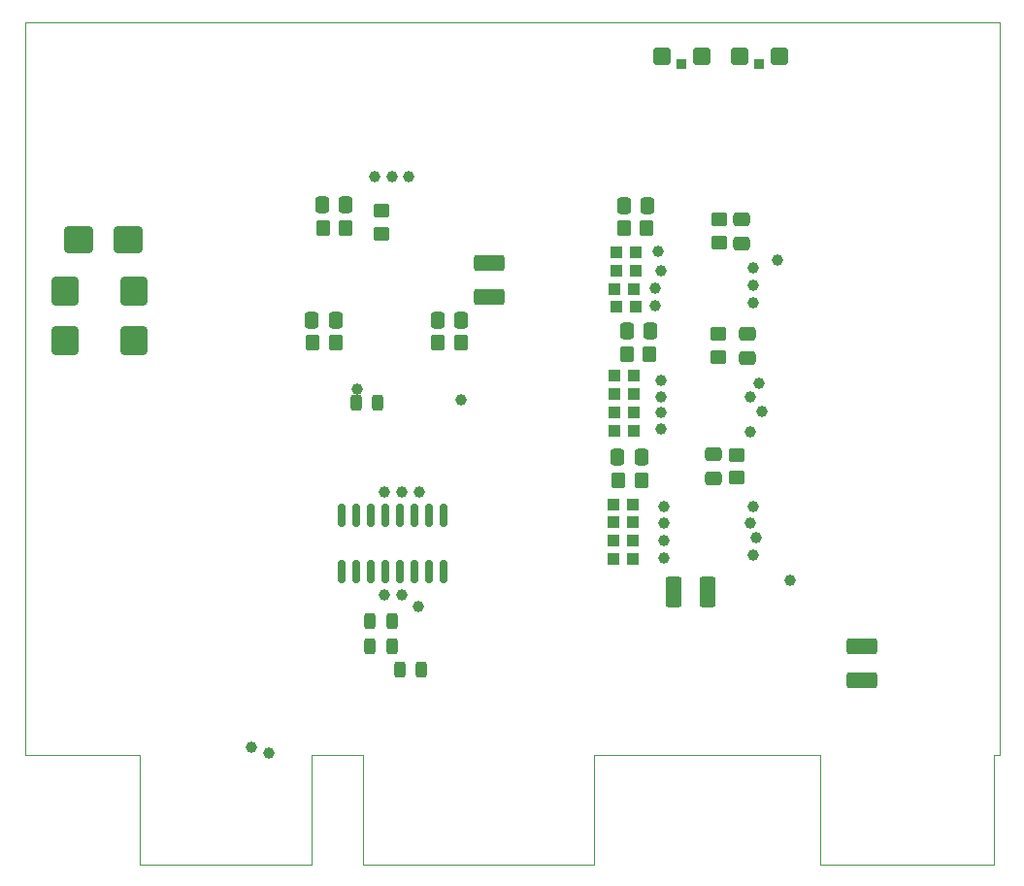
<source format=gbr>
%TF.GenerationSoftware,KiCad,Pcbnew,7.0.9*%
%TF.CreationDate,2024-06-26T15:19:18+03:00*%
%TF.ProjectId,_____ _________ ___________,1f3b3042-3020-43e4-913d-3e323d3e333e,rev?*%
%TF.SameCoordinates,Original*%
%TF.FileFunction,Paste,Bot*%
%TF.FilePolarity,Positive*%
%FSLAX46Y46*%
G04 Gerber Fmt 4.6, Leading zero omitted, Abs format (unit mm)*
G04 Created by KiCad (PCBNEW 7.0.9) date 2024-06-26 15:19:18*
%MOMM*%
%LPD*%
G01*
G04 APERTURE LIST*
G04 Aperture macros list*
%AMRoundRect*
0 Rectangle with rounded corners*
0 $1 Rounding radius*
0 $2 $3 $4 $5 $6 $7 $8 $9 X,Y pos of 4 corners*
0 Add a 4 corners polygon primitive as box body*
4,1,4,$2,$3,$4,$5,$6,$7,$8,$9,$2,$3,0*
0 Add four circle primitives for the rounded corners*
1,1,$1+$1,$2,$3*
1,1,$1+$1,$4,$5*
1,1,$1+$1,$6,$7*
1,1,$1+$1,$8,$9*
0 Add four rect primitives between the rounded corners*
20,1,$1+$1,$2,$3,$4,$5,0*
20,1,$1+$1,$4,$5,$6,$7,0*
20,1,$1+$1,$6,$7,$8,$9,0*
20,1,$1+$1,$8,$9,$2,$3,0*%
G04 Aperture macros list end*
%ADD10R,1.000000X1.000000*%
%ADD11C,1.000000*%
%ADD12RoundRect,0.250000X0.475000X-0.337500X0.475000X0.337500X-0.475000X0.337500X-0.475000X-0.337500X0*%
%ADD13RoundRect,0.250000X0.337500X0.475000X-0.337500X0.475000X-0.337500X-0.475000X0.337500X-0.475000X0*%
%ADD14RoundRect,0.250001X-0.462499X-1.074999X0.462499X-1.074999X0.462499X1.074999X-0.462499X1.074999X0*%
%ADD15RoundRect,0.250000X0.500000X0.500000X-0.500000X0.500000X-0.500000X-0.500000X0.500000X-0.500000X0*%
%ADD16RoundRect,0.225000X0.225000X0.225000X-0.225000X0.225000X-0.225000X-0.225000X0.225000X-0.225000X0*%
%ADD17RoundRect,0.250000X-0.350000X-0.450000X0.350000X-0.450000X0.350000X0.450000X-0.350000X0.450000X0*%
%ADD18RoundRect,0.250001X1.074999X-0.462499X1.074999X0.462499X-1.074999X0.462499X-1.074999X-0.462499X0*%
%ADD19RoundRect,0.250000X-0.450000X0.350000X-0.450000X-0.350000X0.450000X-0.350000X0.450000X0.350000X0*%
%ADD20RoundRect,0.250000X-0.900000X1.000000X-0.900000X-1.000000X0.900000X-1.000000X0.900000X1.000000X0*%
%ADD21RoundRect,0.243750X-0.243750X-0.456250X0.243750X-0.456250X0.243750X0.456250X-0.243750X0.456250X0*%
%ADD22RoundRect,0.250000X-1.000000X-0.900000X1.000000X-0.900000X1.000000X0.900000X-1.000000X0.900000X0*%
%ADD23RoundRect,0.250001X-1.074999X0.462499X-1.074999X-0.462499X1.074999X-0.462499X1.074999X0.462499X0*%
%ADD24RoundRect,0.150000X-0.150000X0.825000X-0.150000X-0.825000X0.150000X-0.825000X0.150000X0.825000X0*%
%ADD25RoundRect,0.250000X0.450000X-0.350000X0.450000X0.350000X-0.450000X0.350000X-0.450000X-0.350000X0*%
%ADD26RoundRect,0.250000X0.350000X0.450000X-0.350000X0.450000X-0.350000X-0.450000X0.350000X-0.450000X0*%
%ADD27RoundRect,0.250000X-0.475000X0.337500X-0.475000X-0.337500X0.475000X-0.337500X0.475000X0.337500X0*%
%ADD28RoundRect,0.250000X-0.337500X-0.475000X0.337500X-0.475000X0.337500X0.475000X-0.337500X0.475000X0*%
%TA.AperFunction,Profile*%
%ADD29C,0.100000*%
%TD*%
G04 APERTURE END LIST*
D10*
%TO.C,R24*%
X143100000Y-70080000D03*
X141400000Y-70080000D03*
%TD*%
D11*
%TO.C,TP29*%
X124375000Y-77000000D03*
%TD*%
D10*
%TO.C,R23*%
X143100000Y-71680000D03*
X141400000Y-71680000D03*
%TD*%
D11*
%TO.C,TP13*%
X145250000Y-56000000D03*
%TD*%
%TO.C,TP19*%
X145500000Y-70100000D03*
%TD*%
%TO.C,TP33*%
X109750000Y-99250000D03*
%TD*%
D12*
%TO.C,C25*%
X153000000Y-65325000D03*
X153000000Y-63250000D03*
%TD*%
D13*
%TO.C,C16*%
X128075000Y-62000000D03*
X126000000Y-62000000D03*
%TD*%
D11*
%TO.C,TP8*%
X153250000Y-71750000D03*
%TD*%
D14*
%TO.C,C2*%
X146547500Y-85750000D03*
X149522500Y-85750000D03*
%TD*%
D10*
%TO.C,R26*%
X143100000Y-66880000D03*
X141400000Y-66880000D03*
%TD*%
D11*
%TO.C,TP10*%
X153250000Y-79750000D03*
%TD*%
D15*
%TO.C,D4*%
X149050000Y-39000000D03*
X145550000Y-39000000D03*
D16*
X147300000Y-39650000D03*
%TD*%
D11*
%TO.C,TP9*%
X153500000Y-78250000D03*
%TD*%
D17*
%TO.C,C15*%
X115075000Y-64000000D03*
X117075000Y-64000000D03*
%TD*%
D15*
%TO.C,D3*%
X155800000Y-39000000D03*
X152300000Y-39000000D03*
D16*
X154050000Y-39650000D03*
%TD*%
D18*
%TO.C,C7*%
X163000000Y-93475000D03*
X163000000Y-90500000D03*
%TD*%
D10*
%TO.C,R30*%
X143250000Y-56080000D03*
X141550000Y-56080000D03*
%TD*%
D17*
%TO.C,C31*%
X142500000Y-65000000D03*
X144500000Y-65000000D03*
%TD*%
D13*
%TO.C,C34*%
X143750000Y-74000000D03*
X141675000Y-74000000D03*
%TD*%
D11*
%TO.C,TP35*%
X122000000Y-49500000D03*
%TD*%
D19*
%TO.C,C28*%
X152052500Y-73787500D03*
X152052500Y-75787500D03*
%TD*%
D12*
%TO.C,C27*%
X150022500Y-75825000D03*
X150022500Y-73750000D03*
%TD*%
D11*
%TO.C,TP38*%
X119000000Y-68000000D03*
%TD*%
D13*
%TO.C,C22*%
X118000000Y-51950000D03*
X115925000Y-51950000D03*
%TD*%
D11*
%TO.C,TP26*%
X124350000Y-87000000D03*
%TD*%
%TO.C,TP31*%
X121375000Y-77000000D03*
%TD*%
D20*
%TO.C,D1*%
X93500000Y-59500000D03*
X93500000Y-63800000D03*
%TD*%
D10*
%TO.C,R29*%
X143250000Y-57680000D03*
X141550000Y-57680000D03*
%TD*%
D11*
%TO.C,TP12*%
X153500000Y-82500000D03*
%TD*%
D21*
%TO.C,R7*%
X120115000Y-88250000D03*
X121990000Y-88250000D03*
%TD*%
D10*
%TO.C,R19*%
X143000000Y-82880000D03*
X141300000Y-82880000D03*
%TD*%
D22*
%TO.C,D5*%
X94700000Y-55000000D03*
X99000000Y-55000000D03*
%TD*%
D23*
%TO.C,C10*%
X130500000Y-57025000D03*
X130500000Y-60000000D03*
%TD*%
D10*
%TO.C,R28*%
X143100000Y-59280000D03*
X141400000Y-59280000D03*
%TD*%
D17*
%TO.C,C18*%
X116000000Y-54000000D03*
X118000000Y-54000000D03*
%TD*%
D11*
%TO.C,TP17*%
X145500000Y-67250000D03*
%TD*%
D17*
%TO.C,C30*%
X142250000Y-54000000D03*
X144250000Y-54000000D03*
%TD*%
D10*
%TO.C,R20*%
X143000000Y-81280000D03*
X141300000Y-81280000D03*
%TD*%
D11*
%TO.C,TP25*%
X156750000Y-84750000D03*
%TD*%
%TO.C,TP15*%
X145000000Y-59250000D03*
%TD*%
%TO.C,TP2*%
X153500000Y-57500000D03*
%TD*%
D24*
%TO.C,U2*%
X117600000Y-79050000D03*
X118870000Y-79050000D03*
X120140000Y-79050000D03*
X121410000Y-79050000D03*
X122680000Y-79050000D03*
X123950000Y-79050000D03*
X125220000Y-79050000D03*
X126490000Y-79050000D03*
X126490000Y-84000000D03*
X125220000Y-84000000D03*
X123950000Y-84000000D03*
X122680000Y-84000000D03*
X121410000Y-84000000D03*
X120140000Y-84000000D03*
X118870000Y-84000000D03*
X117600000Y-84000000D03*
%TD*%
D11*
%TO.C,TP7*%
X154250000Y-70000000D03*
%TD*%
%TO.C,TP6*%
X153250000Y-68750000D03*
%TD*%
%TO.C,TP3*%
X153500000Y-59000000D03*
%TD*%
D13*
%TO.C,C32*%
X144575000Y-63000000D03*
X142500000Y-63000000D03*
%TD*%
D10*
%TO.C,R21*%
X143000000Y-79680000D03*
X141300000Y-79680000D03*
%TD*%
D25*
%TO.C,C23*%
X150522500Y-55250000D03*
X150522500Y-53250000D03*
%TD*%
D11*
%TO.C,TP27*%
X122850000Y-86000000D03*
%TD*%
%TO.C,TP4*%
X153500000Y-60500000D03*
%TD*%
D20*
%TO.C,D2*%
X99500000Y-59500000D03*
X99500000Y-63800000D03*
%TD*%
D11*
%TO.C,TP1*%
X155600000Y-56800000D03*
%TD*%
%TO.C,TP24*%
X145750000Y-82750000D03*
%TD*%
%TO.C,TP11*%
X153750000Y-81000000D03*
%TD*%
D26*
%TO.C,C20*%
X128000000Y-64000000D03*
X126000000Y-64000000D03*
%TD*%
D11*
%TO.C,TP23*%
X145750000Y-81250000D03*
%TD*%
%TO.C,TP32*%
X111250000Y-99750000D03*
%TD*%
D27*
%TO.C,C24*%
X152522500Y-53250000D03*
X152522500Y-55325000D03*
%TD*%
D11*
%TO.C,TP18*%
X145500000Y-68750000D03*
%TD*%
%TO.C,TP16*%
X145000000Y-60750000D03*
%TD*%
D19*
%TO.C,C26*%
X150500000Y-63250000D03*
X150500000Y-65250000D03*
%TD*%
D21*
%TO.C,R6*%
X120115000Y-90500000D03*
X121990000Y-90500000D03*
%TD*%
D25*
%TO.C,R9*%
X121075000Y-54500000D03*
X121075000Y-52500000D03*
%TD*%
D11*
%TO.C,TP28*%
X121350000Y-86000000D03*
%TD*%
%TO.C,TP20*%
X145500000Y-71500000D03*
%TD*%
D17*
%TO.C,C33*%
X141750000Y-76000000D03*
X143750000Y-76000000D03*
%TD*%
D21*
%TO.C,R8*%
X118875000Y-69250000D03*
X120750000Y-69250000D03*
%TD*%
D11*
%TO.C,TP36*%
X120500000Y-49500000D03*
%TD*%
%TO.C,TP37*%
X128000000Y-69000000D03*
%TD*%
%TO.C,TP14*%
X145500000Y-57750000D03*
%TD*%
D10*
%TO.C,R25*%
X143100000Y-68500000D03*
X141400000Y-68500000D03*
%TD*%
D11*
%TO.C,TP21*%
X145750000Y-78250000D03*
%TD*%
%TO.C,TP34*%
X123500000Y-49500000D03*
%TD*%
D10*
%TO.C,R22*%
X143000000Y-78080000D03*
X141300000Y-78080000D03*
%TD*%
D13*
%TO.C,C29*%
X144325000Y-52000000D03*
X142250000Y-52000000D03*
%TD*%
D11*
%TO.C,TP22*%
X145750000Y-79750000D03*
%TD*%
D28*
%TO.C,C19*%
X115000000Y-62000000D03*
X117075000Y-62000000D03*
%TD*%
D11*
%TO.C,TP5*%
X154000000Y-67500000D03*
%TD*%
%TO.C,TP30*%
X122875000Y-77000000D03*
%TD*%
D21*
%TO.C,R3*%
X122677500Y-92500000D03*
X124552500Y-92500000D03*
%TD*%
D10*
%TO.C,R27*%
X143250000Y-60880000D03*
X141550000Y-60880000D03*
%TD*%
D29*
X175000000Y-100000000D02*
X175000000Y-36000000D01*
X119500000Y-100000000D02*
X119500000Y-109500000D01*
X90000000Y-100000000D02*
X90000000Y-36000000D01*
X175000000Y-36000000D02*
X90000000Y-36000000D01*
X97500000Y-100000000D02*
X90000000Y-100000000D01*
X100000000Y-109500000D02*
X115000000Y-109500000D01*
X115000000Y-100000000D02*
X119500000Y-100000000D01*
X159400000Y-109500000D02*
X174500000Y-109500000D01*
X97500000Y-100000000D02*
X100000000Y-100000000D01*
X174500000Y-100000000D02*
X175000000Y-100000000D01*
X139600000Y-109500000D02*
X139600000Y-100000000D01*
X159400000Y-100000000D02*
X159400000Y-109500000D01*
X139600000Y-100000000D02*
X159400000Y-100000000D01*
X115000000Y-109500000D02*
X115000000Y-100000000D01*
X174500000Y-109500000D02*
X174500000Y-100000000D01*
X100000000Y-100000000D02*
X100000000Y-109500000D01*
X119500000Y-109500000D02*
X139600000Y-109500000D01*
M02*

</source>
